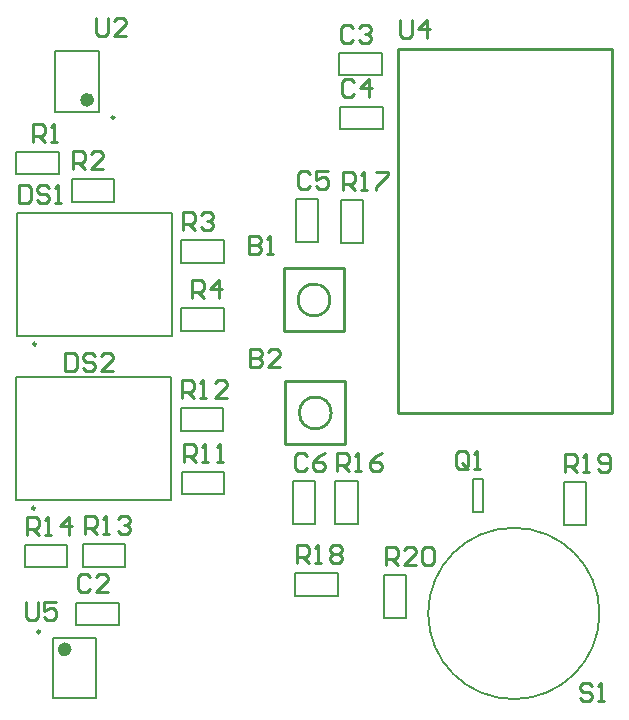
<source format=gto>
G04*
G04 #@! TF.GenerationSoftware,Altium Limited,Altium Designer,24.2.2 (26)*
G04*
G04 Layer_Color=65535*
%FSLAX25Y25*%
%MOIN*%
G70*
G04*
G04 #@! TF.SameCoordinates,C094F21F-3D64-4DBD-B291-BB1914DD33BA*
G04*
G04*
G04 #@! TF.FilePolarity,Positive*
G04*
G01*
G75*
%ADD10C,0.00591*%
%ADD11C,0.00984*%
%ADD12C,0.02362*%
%ADD13C,0.01000*%
%ADD14C,0.00787*%
D10*
X270343Y48300D02*
G03*
X270343Y48300I-28543J0D01*
G01*
D11*
X82192Y83403D02*
G03*
X82192Y83403I-492J0D01*
G01*
X82592Y138103D02*
G03*
X82592Y138103I-492J0D01*
G01*
X108700Y213592D02*
G03*
X108700Y213592I-492J0D01*
G01*
X83884Y42208D02*
G03*
X83884Y42208I-492J0D01*
G01*
D12*
X100727Y219498D02*
G03*
X100727Y219498I-1181J0D01*
G01*
X93235Y36302D02*
G03*
X93235Y36302I-1181J0D01*
G01*
D13*
X180929Y115142D02*
G03*
X180929Y115142I-5315J0D01*
G01*
X180515Y152800D02*
G03*
X180515Y152800I-5315J0D01*
G01*
X203191Y115250D02*
Y236609D01*
Y115250D02*
X274648D01*
Y236609D01*
X203191D02*
X274648D01*
X165613Y104642D02*
X185613D01*
Y125642D01*
X165613D02*
X185613D01*
X165613Y104642D02*
Y125642D01*
X165200Y163300D02*
X185200D01*
X165200Y142300D02*
Y163300D01*
Y142300D02*
X185200D01*
Y163300D01*
X267700Y23999D02*
X266700Y24999D01*
X264701D01*
X263701Y23999D01*
Y23000D01*
X264701Y22000D01*
X266700D01*
X267700Y21000D01*
Y20001D01*
X266700Y19001D01*
X264701D01*
X263701Y20001D01*
X269699Y19001D02*
X271699D01*
X270699D01*
Y24999D01*
X269699Y23999D01*
X92303Y135199D02*
Y129201D01*
X95302D01*
X96301Y130201D01*
Y134199D01*
X95302Y135199D01*
X92303D01*
X102299Y134199D02*
X101300Y135199D01*
X99300D01*
X98301Y134199D01*
Y133200D01*
X99300Y132200D01*
X101300D01*
X102299Y131200D01*
Y130201D01*
X101300Y129201D01*
X99300D01*
X98301Y130201D01*
X108297Y129201D02*
X104299D01*
X108297Y133200D01*
Y134199D01*
X107298Y135199D01*
X105298D01*
X104299Y134199D01*
X76900Y191198D02*
Y185200D01*
X79899D01*
X80899Y186200D01*
Y190198D01*
X79899Y191198D01*
X76900D01*
X86897Y190198D02*
X85897Y191198D01*
X83898D01*
X82898Y190198D01*
Y189199D01*
X83898Y188199D01*
X85897D01*
X86897Y187199D01*
Y186200D01*
X85897Y185200D01*
X83898D01*
X82898Y186200D01*
X88896Y185200D02*
X90895D01*
X89896D01*
Y191198D01*
X88896Y190198D01*
X79200Y52198D02*
Y47200D01*
X80200Y46200D01*
X82199D01*
X83199Y47200D01*
Y52198D01*
X89197D02*
X85198D01*
Y49199D01*
X87197Y50199D01*
X88197D01*
X89197Y49199D01*
Y47200D01*
X88197Y46200D01*
X86198D01*
X85198Y47200D01*
X203700Y246098D02*
Y241100D01*
X204700Y240100D01*
X206699D01*
X207699Y241100D01*
Y246098D01*
X212697Y240100D02*
Y246098D01*
X209698Y243099D01*
X213697D01*
X102400Y246698D02*
Y241700D01*
X103400Y240700D01*
X105399D01*
X106399Y241700D01*
Y246698D01*
X112397Y240700D02*
X108398D01*
X112397Y244699D01*
Y245698D01*
X111397Y246698D01*
X109398D01*
X108398Y245698D01*
X199200Y64400D02*
Y70398D01*
X202199D01*
X203199Y69398D01*
Y67399D01*
X202199Y66399D01*
X199200D01*
X201199D02*
X203199Y64400D01*
X209197D02*
X205198D01*
X209197Y68399D01*
Y69398D01*
X208197Y70398D01*
X206198D01*
X205198Y69398D01*
X211196D02*
X212196Y70398D01*
X214195D01*
X215195Y69398D01*
Y65400D01*
X214195Y64400D01*
X212196D01*
X211196Y65400D01*
Y69398D01*
X259000Y95400D02*
Y101398D01*
X261999D01*
X262999Y100398D01*
Y98399D01*
X261999Y97399D01*
X259000D01*
X260999D02*
X262999Y95400D01*
X264998D02*
X266997D01*
X265998D01*
Y101398D01*
X264998Y100398D01*
X269996Y96400D02*
X270996Y95400D01*
X272995D01*
X273995Y96400D01*
Y100398D01*
X272995Y101398D01*
X270996D01*
X269996Y100398D01*
Y99399D01*
X270996Y98399D01*
X273995D01*
X169600Y65000D02*
Y70998D01*
X172599D01*
X173599Y69998D01*
Y67999D01*
X172599Y66999D01*
X169600D01*
X171599D02*
X173599Y65000D01*
X175598D02*
X177597D01*
X176598D01*
Y70998D01*
X175598Y69998D01*
X180596D02*
X181596Y70998D01*
X183596D01*
X184595Y69998D01*
Y68999D01*
X183596Y67999D01*
X184595Y66999D01*
Y66000D01*
X183596Y65000D01*
X181596D01*
X180596Y66000D01*
Y66999D01*
X181596Y67999D01*
X180596Y68999D01*
Y69998D01*
X181596Y67999D02*
X183596D01*
X184700Y189500D02*
Y195498D01*
X187699D01*
X188699Y194498D01*
Y192499D01*
X187699Y191499D01*
X184700D01*
X186699D02*
X188699Y189500D01*
X190698D02*
X192697D01*
X191698D01*
Y195498D01*
X190698Y194498D01*
X195696Y195498D02*
X199695D01*
Y194498D01*
X195696Y190500D01*
Y189500D01*
X182900Y95700D02*
Y101698D01*
X185899D01*
X186899Y100698D01*
Y98699D01*
X185899Y97699D01*
X182900D01*
X184899D02*
X186899Y95700D01*
X188898D02*
X190897D01*
X189898D01*
Y101698D01*
X188898Y100698D01*
X197895Y101698D02*
X195896Y100698D01*
X193896Y98699D01*
Y96700D01*
X194896Y95700D01*
X196896D01*
X197895Y96700D01*
Y97699D01*
X196896Y98699D01*
X193896D01*
X79400Y74600D02*
Y80598D01*
X82399D01*
X83399Y79598D01*
Y77599D01*
X82399Y76599D01*
X79400D01*
X81399D02*
X83399Y74600D01*
X85398D02*
X87397D01*
X86398D01*
Y80598D01*
X85398Y79598D01*
X93396Y74600D02*
Y80598D01*
X90396Y77599D01*
X94395D01*
X98700Y74700D02*
Y80698D01*
X101699D01*
X102699Y79698D01*
Y77699D01*
X101699Y76699D01*
X98700D01*
X100699D02*
X102699Y74700D01*
X104698D02*
X106697D01*
X105698D01*
Y80698D01*
X104698Y79698D01*
X109696D02*
X110696Y80698D01*
X112696D01*
X113695Y79698D01*
Y78699D01*
X112696Y77699D01*
X111696D01*
X112696D01*
X113695Y76699D01*
Y75700D01*
X112696Y74700D01*
X110696D01*
X109696Y75700D01*
X131300Y120100D02*
Y126098D01*
X134299D01*
X135299Y125098D01*
Y123099D01*
X134299Y122099D01*
X131300D01*
X133299D02*
X135299Y120100D01*
X137298D02*
X139297D01*
X138298D01*
Y126098D01*
X137298Y125098D01*
X146295Y120100D02*
X142296D01*
X146295Y124099D01*
Y125098D01*
X145296Y126098D01*
X143296D01*
X142296Y125098D01*
X131700Y98800D02*
Y104798D01*
X134699D01*
X135699Y103798D01*
Y101799D01*
X134699Y100799D01*
X131700D01*
X133699D02*
X135699Y98800D01*
X137698D02*
X139697D01*
X138698D01*
Y104798D01*
X137698Y103798D01*
X142696Y98800D02*
X144696D01*
X143696D01*
Y104798D01*
X142696Y103798D01*
X134500Y153400D02*
Y159398D01*
X137499D01*
X138499Y158398D01*
Y156399D01*
X137499Y155399D01*
X134500D01*
X136499D02*
X138499Y153400D01*
X143497D02*
Y159398D01*
X140498Y156399D01*
X144497D01*
X131500Y176100D02*
Y182098D01*
X134499D01*
X135499Y181098D01*
Y179099D01*
X134499Y178099D01*
X131500D01*
X133499D02*
X135499Y176100D01*
X137498Y181098D02*
X138498Y182098D01*
X140497D01*
X141497Y181098D01*
Y180099D01*
X140497Y179099D01*
X139497D01*
X140497D01*
X141497Y178099D01*
Y177100D01*
X140497Y176100D01*
X138498D01*
X137498Y177100D01*
X95000Y196400D02*
Y202398D01*
X97999D01*
X98999Y201398D01*
Y199399D01*
X97999Y198399D01*
X95000D01*
X96999D02*
X98999Y196400D01*
X104997D02*
X100998D01*
X104997Y200399D01*
Y201398D01*
X103997Y202398D01*
X101998D01*
X100998Y201398D01*
X81500Y205500D02*
Y211498D01*
X84499D01*
X85499Y210498D01*
Y208499D01*
X84499Y207499D01*
X81500D01*
X83499D02*
X85499Y205500D01*
X87498D02*
X89497D01*
X88498D01*
Y211498D01*
X87498Y210498D01*
X226499Y97500D02*
Y101498D01*
X225499Y102498D01*
X223500D01*
X222500Y101498D01*
Y97500D01*
X223500Y96500D01*
X225499D01*
X224499Y98499D02*
X226499Y96500D01*
X225499D02*
X226499Y97500D01*
X228498Y96500D02*
X230497D01*
X229498D01*
Y102498D01*
X228498Y101498D01*
X172799Y100698D02*
X171799Y101698D01*
X169800D01*
X168800Y100698D01*
Y96700D01*
X169800Y95700D01*
X171799D01*
X172799Y96700D01*
X178797Y101698D02*
X176797Y100698D01*
X174798Y98699D01*
Y96700D01*
X175798Y95700D01*
X177797D01*
X178797Y96700D01*
Y97699D01*
X177797Y98699D01*
X174798D01*
X173699Y194698D02*
X172699Y195698D01*
X170700D01*
X169700Y194698D01*
Y190700D01*
X170700Y189700D01*
X172699D01*
X173699Y190700D01*
X179697Y195698D02*
X175698D01*
Y192699D01*
X177697Y193699D01*
X178697D01*
X179697Y192699D01*
Y190700D01*
X178697Y189700D01*
X176698D01*
X175698Y190700D01*
X188499Y225598D02*
X187499Y226598D01*
X185500D01*
X184500Y225598D01*
Y221600D01*
X185500Y220600D01*
X187499D01*
X188499Y221600D01*
X193497Y220600D02*
Y226598D01*
X190498Y223599D01*
X194497D01*
X188199Y243598D02*
X187199Y244598D01*
X185200D01*
X184200Y243598D01*
Y239600D01*
X185200Y238600D01*
X187199D01*
X188199Y239600D01*
X190198Y243598D02*
X191198Y244598D01*
X193197D01*
X194197Y243598D01*
Y242599D01*
X193197Y241599D01*
X192197D01*
X193197D01*
X194197Y240599D01*
Y239600D01*
X193197Y238600D01*
X191198D01*
X190198Y239600D01*
X100599Y60298D02*
X99599Y61298D01*
X97600D01*
X96600Y60298D01*
Y56300D01*
X97600Y55300D01*
X99599D01*
X100599Y56300D01*
X106597Y55300D02*
X102598D01*
X106597Y59299D01*
Y60298D01*
X105597Y61298D01*
X103598D01*
X102598Y60298D01*
X153800Y136498D02*
Y130500D01*
X156799D01*
X157799Y131500D01*
Y132499D01*
X156799Y133499D01*
X153800D01*
X156799D01*
X157799Y134499D01*
Y135498D01*
X156799Y136498D01*
X153800D01*
X163797Y130500D02*
X159798D01*
X163797Y134499D01*
Y135498D01*
X162797Y136498D01*
X160798D01*
X159798Y135498D01*
X153400Y174198D02*
Y168200D01*
X156399D01*
X157399Y169200D01*
Y170199D01*
X156399Y171199D01*
X153400D01*
X156399D01*
X157399Y172199D01*
Y173198D01*
X156399Y174198D01*
X153400D01*
X159398Y168200D02*
X161397D01*
X160398D01*
Y174198D01*
X159398Y173198D01*
D14*
X75913Y85962D02*
Y127104D01*
X127487Y85962D02*
Y127104D01*
X75913D02*
X127487D01*
X75913Y85962D02*
X127487D01*
X76313Y140662D02*
X127887D01*
X76313Y181804D02*
X127887D01*
Y140662D02*
Y181804D01*
X76313Y140662D02*
Y181804D01*
X103483Y215561D02*
Y235639D01*
X88917Y215561D02*
Y235639D01*
Y215561D02*
X103483D01*
X88917Y235639D02*
X103483D01*
X88116Y20161D02*
Y40239D01*
X102683Y20161D02*
Y40239D01*
X88116D02*
X102683D01*
X88116Y20161D02*
X102683D01*
X131113Y87960D02*
Y95440D01*
Y87960D02*
X145287D01*
X131113Y95440D02*
X145287D01*
Y87960D02*
Y95440D01*
X130713Y109260D02*
Y116740D01*
Y109260D02*
X144887D01*
X130713Y116740D02*
X144887D01*
Y109260D02*
Y116740D01*
X98113Y63860D02*
Y71340D01*
Y63860D02*
X112287D01*
X98113Y71340D02*
X112287D01*
Y63860D02*
Y71340D01*
X78813Y63760D02*
Y71240D01*
Y63760D02*
X92987D01*
X78813Y71240D02*
X92987D01*
Y63760D02*
Y71240D01*
X183187Y54160D02*
Y61640D01*
X169013D02*
X183187D01*
X169013Y54160D02*
X183187D01*
X169013D02*
Y61640D01*
X258360Y77813D02*
X265840D01*
Y91987D01*
X258360Y77813D02*
Y91987D01*
X265840D01*
X198545Y46862D02*
X206026D01*
Y61035D01*
X198545Y46862D02*
Y61035D01*
X206026D01*
X182260Y92350D02*
X189740D01*
X182260Y78176D02*
Y92350D01*
X189740Y78176D02*
Y92350D01*
X182260Y78176D02*
X189740D01*
X184060Y171913D02*
X191540D01*
Y186087D01*
X184060Y171913D02*
Y186087D01*
X191540D01*
X228325Y82088D02*
Y93112D01*
X231475Y82088D02*
Y93112D01*
X228325D02*
X231475D01*
X228325Y82088D02*
X231475D01*
X96013Y44460D02*
X110187D01*
X96013D02*
Y51940D01*
X110187Y44460D02*
Y51940D01*
X96013D02*
X110187D01*
X183576Y235240D02*
X197750D01*
Y227760D02*
Y235240D01*
X183576Y227760D02*
Y235240D01*
Y227760D02*
X197750D01*
X183913Y217240D02*
X198087D01*
Y209760D02*
Y217240D01*
X183913Y209760D02*
Y217240D01*
Y209760D02*
X198087D01*
X176540Y172113D02*
Y186287D01*
X169060Y172113D02*
X176540D01*
X169060Y186287D02*
X176540D01*
X169060Y172113D02*
Y186287D01*
X75976Y194660D02*
Y202140D01*
Y194660D02*
X90150D01*
X75976Y202140D02*
X90150D01*
Y194660D02*
Y202140D01*
X108587Y185560D02*
Y193040D01*
X94413D02*
X108587D01*
X94413Y185560D02*
X108587D01*
X94413D02*
Y193040D01*
X145087Y165260D02*
Y172740D01*
X130913D02*
X145087D01*
X130913Y165260D02*
X145087D01*
X130913D02*
Y172740D01*
X168160Y78176D02*
Y92350D01*
X175640D01*
X168160Y78176D02*
X175640D01*
Y92350D01*
X130913Y142560D02*
Y150040D01*
Y142560D02*
X145087D01*
X130913Y150040D02*
X145087D01*
Y142560D02*
Y150040D01*
M02*

</source>
